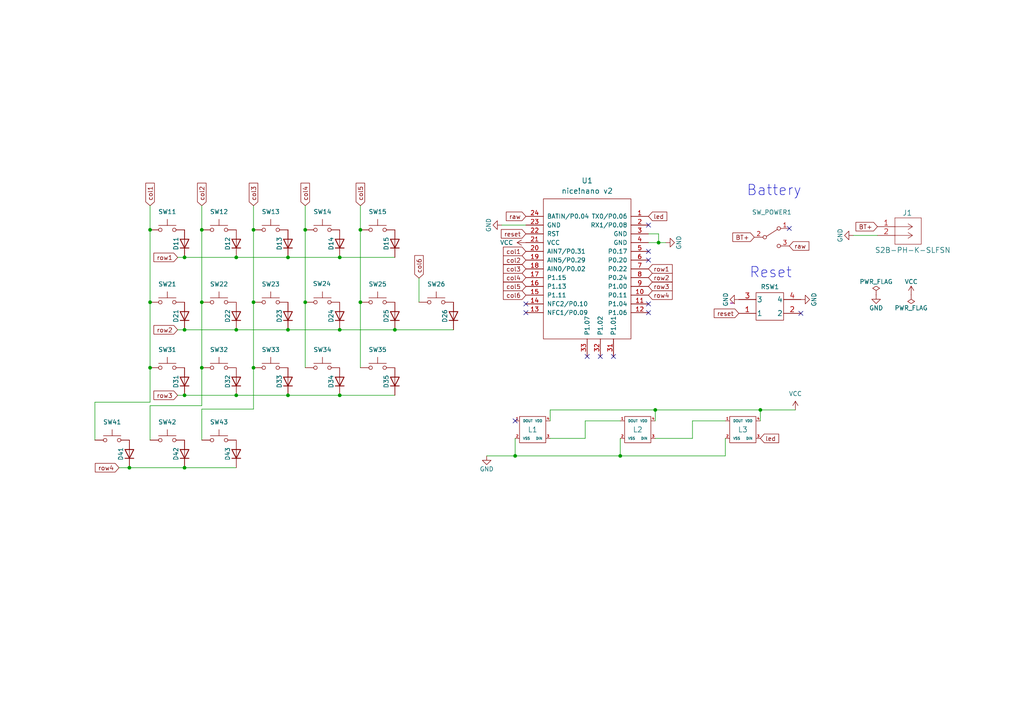
<source format=kicad_sch>
(kicad_sch (version 20211123) (generator eeschema)
  (paper "A4")
  (lib_symbols
    (symbol "D_1" (pin_numbers hide) (pin_names (offset 1.016) hide)
      (property "Reference" "D" (at 0 2.54 0))
      (property "Value" "D_1" (at 0 -2.54 0))
      (symbol "D_1_0_1"
        (polyline (pts (xy -1.27 1.27) (xy -1.27 -1.27)) (stroke (width 0.254)))
        (polyline (pts (xy 1.27 0) (xy -1.27 0)))
        (polyline (pts (xy 1.27 1.27) (xy 1.27 -1.27) (xy -1.27 0) (xy 1.27 1.27)) (stroke (width 0.254)))
      )
      (symbol "D_1_1_1"
        (pin passive line (at -4 0 0) (length 2.75) (name "K") (number "1"))
        (pin passive line (at 4 0 180) (length 2.75) (name "A") (number "2"))
      )
    )
    (symbol "D_10" (pin_numbers hide) (pin_names (offset 1.016) hide)
      (property "Reference" "D" (at 0 2.54 0))
      (property "Value" "D_10" (at 0 -2.54 0))
      (symbol "D_10_0_1"
        (polyline (pts (xy -1.27 1.27) (xy -1.27 -1.27)) (stroke (width 0.254)))
        (polyline (pts (xy 1.27 0) (xy -1.27 0)))
        (polyline (pts (xy 1.27 1.27) (xy 1.27 -1.27) (xy -1.27 0) (xy 1.27 1.27)) (stroke (width 0.254)))
      )
      (symbol "D_10_1_1"
        (pin passive line (at -4 0 0) (length 2.75) (name "K") (number "1"))
        (pin passive line (at 4 0 180) (length 2.75) (name "A") (number "2"))
      )
    )
    (symbol "D_11" (pin_numbers hide) (pin_names (offset 1.016) hide)
      (property "Reference" "D" (at 0 2.54 0))
      (property "Value" "D_11" (at 0 -2.54 0))
      (symbol "D_11_0_1"
        (polyline (pts (xy -1.27 1.27) (xy -1.27 -1.27)) (stroke (width 0.254)))
        (polyline (pts (xy 1.27 0) (xy -1.27 0)))
        (polyline (pts (xy 1.27 1.27) (xy 1.27 -1.27) (xy -1.27 0) (xy 1.27 1.27)) (stroke (width 0.254)))
      )
      (symbol "D_11_1_1"
        (pin passive line (at -4 0 0) (length 2.75) (name "K") (number "1"))
        (pin passive line (at 4 0 180) (length 2.75) (name "A") (number "2"))
      )
    )
    (symbol "D_12" (pin_numbers hide) (pin_names (offset 1.016) hide)
      (property "Reference" "D" (at 0 2.54 0))
      (property "Value" "D_12" (at 0 -2.54 0))
      (symbol "D_12_0_1"
        (polyline (pts (xy -1.27 1.27) (xy -1.27 -1.27)) (stroke (width 0.254)))
        (polyline (pts (xy 1.27 0) (xy -1.27 0)))
        (polyline (pts (xy 1.27 1.27) (xy 1.27 -1.27) (xy -1.27 0) (xy 1.27 1.27)) (stroke (width 0.254)))
      )
      (symbol "D_12_1_1"
        (pin passive line (at -4 0 0) (length 2.75) (name "K") (number "1"))
        (pin passive line (at 4 0 180) (length 2.75) (name "A") (number "2"))
      )
    )
    (symbol "D_13" (pin_numbers hide) (pin_names (offset 1.016) hide)
      (property "Reference" "D" (at 0 2.54 0))
      (property "Value" "D_13" (at 0 -2.54 0))
      (symbol "D_13_0_1"
        (polyline (pts (xy -1.27 1.27) (xy -1.27 -1.27)) (stroke (width 0.254)))
        (polyline (pts (xy 1.27 0) (xy -1.27 0)))
        (polyline (pts (xy 1.27 1.27) (xy 1.27 -1.27) (xy -1.27 0) (xy 1.27 1.27)) (stroke (width 0.254)))
      )
      (symbol "D_13_1_1"
        (pin passive line (at -4 0 0) (length 2.75) (name "K") (number "1"))
        (pin passive line (at 4 0 180) (length 2.75) (name "A") (number "2"))
      )
    )
    (symbol "D_14" (pin_numbers hide) (pin_names (offset 1.016) hide)
      (property "Reference" "D" (at 0 2.54 0))
      (property "Value" "D_14" (at 0 -2.54 0))
      (symbol "D_14_0_1"
        (polyline (pts (xy -1.27 1.27) (xy -1.27 -1.27)) (stroke (width 0.254)))
        (polyline (pts (xy 1.27 0) (xy -1.27 0)))
        (polyline (pts (xy 1.27 1.27) (xy 1.27 -1.27) (xy -1.27 0) (xy 1.27 1.27)) (stroke (width 0.254)))
      )
      (symbol "D_14_1_1"
        (pin passive line (at -4 0 0) (length 2.75) (name "K") (number "1"))
        (pin passive line (at 4 0 180) (length 2.75) (name "A") (number "2"))
      )
    )
    (symbol "D_15" (pin_numbers hide) (pin_names (offset 1.016) hide)
      (property "Reference" "D" (at 0 2.54 0))
      (property "Value" "D_15" (at 0 -2.54 0))
      (symbol "D_15_0_1"
        (polyline (pts (xy -1.27 1.27) (xy -1.27 -1.27)) (stroke (width 0.254)))
        (polyline (pts (xy 1.27 0) (xy -1.27 0)))
        (polyline (pts (xy 1.27 1.27) (xy 1.27 -1.27) (xy -1.27 0) (xy 1.27 1.27)) (stroke (width 0.254)))
      )
      (symbol "D_15_1_1"
        (pin passive line (at -4 0 0) (length 2.75) (name "K") (number "1"))
        (pin passive line (at 4 0 180) (length 2.75) (name "A") (number "2"))
      )
    )
    (symbol "D_16" (pin_numbers hide) (pin_names (offset 1.016) hide)
      (property "Reference" "D" (at 0 2.54 0))
      (property "Value" "D_16" (at 0 -2.54 0))
      (symbol "D_16_0_1"
        (polyline (pts (xy -1.27 1.27) (xy -1.27 -1.27)) (stroke (width 0.254)))
        (polyline (pts (xy 1.27 0) (xy -1.27 0)))
        (polyline (pts (xy 1.27 1.27) (xy 1.27 -1.27) (xy -1.27 0) (xy 1.27 1.27)) (stroke (width 0.254)))
      )
      (symbol "D_16_1_1"
        (pin passive line (at -4 0 0) (length 2.75) (name "K") (number "1"))
        (pin passive line (at 4 0 180) (length 2.75) (name "A") (number "2"))
      )
    )
    (symbol "D_17" (pin_numbers hide) (pin_names (offset 1.016) hide)
      (property "Reference" "D" (at 0 2.54 0))
      (property "Value" "D_17" (at 0 -2.54 0))
      (symbol "D_17_0_1"
        (polyline (pts (xy -1.27 1.27) (xy -1.27 -1.27)) (stroke (width 0.254)))
        (polyline (pts (xy 1.27 0) (xy -1.27 0)))
        (polyline (pts (xy 1.27 1.27) (xy 1.27 -1.27) (xy -1.27 0) (xy 1.27 1.27)) (stroke (width 0.254)))
      )
      (symbol "D_17_1_1"
        (pin passive line (at -4 0 0) (length 2.75) (name "K") (number "1"))
        (pin passive line (at 4 0 180) (length 2.75) (name "A") (number "2"))
      )
    )
    (symbol "D_18" (pin_numbers hide) (pin_names (offset 1.016) hide)
      (property "Reference" "D" (at 0 2.54 0))
      (property "Value" "D_18" (at 0 -2.54 0))
      (symbol "D_18_0_1"
        (polyline (pts (xy -1.27 1.27) (xy -1.27 -1.27)) (stroke (width 0.254)))
        (polyline (pts (xy 1.27 0) (xy -1.27 0)))
        (polyline (pts (xy 1.27 1.27) (xy 1.27 -1.27) (xy -1.27 0) (xy 1.27 1.27)) (stroke (width 0.254)))
      )
      (symbol "D_18_1_1"
        (pin passive line (at -4 0 0) (length 2.75) (name "K") (number "1"))
        (pin passive line (at 4 0 180) (length 2.75) (name "A") (number "2"))
      )
    )
    (symbol "D_2" (pin_numbers hide) (pin_names (offset 1.016) hide)
      (property "Reference" "D" (at 0 2.54 0))
      (property "Value" "D_2" (at 0 -2.54 0))
      (symbol "D_2_0_1"
        (polyline (pts (xy -1.27 1.27) (xy -1.27 -1.27)) (stroke (width 0.254)))
        (polyline (pts (xy 1.27 0) (xy -1.27 0)))
        (polyline (pts (xy 1.27 1.27) (xy 1.27 -1.27) (xy -1.27 0) (xy 1.27 1.27)) (stroke (width 0.254)))
      )
      (symbol "D_2_1_1"
        (pin passive line (at -4 0 0) (length 2.75) (name "K") (number "1"))
        (pin passive line (at 4 0 180) (length 2.75) (name "A") (number "2"))
      )
    )
    (symbol "D_3" (pin_numbers hide) (pin_names (offset 1.016) hide)
      (property "Reference" "D" (at 0 2.54 0))
      (property "Value" "D_3" (at 0 -2.54 0))
      (symbol "D_3_0_1"
        (polyline (pts (xy -1.27 1.27) (xy -1.27 -1.27)) (stroke (width 0.254)))
        (polyline (pts (xy 1.27 0) (xy -1.27 0)))
        (polyline (pts (xy 1.27 1.27) (xy 1.27 -1.27) (xy -1.27 0) (xy 1.27 1.27)) (stroke (width 0.254)))
      )
      (symbol "D_3_1_1"
        (pin passive line (at -4 0 0) (length 2.75) (name "K") (number "1"))
        (pin passive line (at 4 0 180) (length 2.75) (name "A") (number "2"))
      )
    )
    (symbol "D_4" (pin_numbers hide) (pin_names (offset 1.016) hide)
      (property "Reference" "D" (at 0 2.54 0))
      (property "Value" "D_4" (at 0 -2.54 0))
      (symbol "D_4_0_1"
        (polyline (pts (xy -1.27 1.27) (xy -1.27 -1.27)) (stroke (width 0.254)))
        (polyline (pts (xy 1.27 0) (xy -1.27 0)))
        (polyline (pts (xy 1.27 1.27) (xy 1.27 -1.27) (xy -1.27 0) (xy 1.27 1.27)) (stroke (width 0.254)))
      )
      (symbol "D_4_1_1"
        (pin passive line (at -4 0 0) (length 2.75) (name "K") (number "1"))
        (pin passive line (at 4 0 180) (length 2.75) (name "A") (number "2"))
      )
    )
    (symbol "D_5" (pin_numbers hide) (pin_names (offset 1.016) hide)
      (property "Reference" "D" (at 0 2.54 0))
      (property "Value" "D_5" (at 0 -2.54 0))
      (symbol "D_5_0_1"
        (polyline (pts (xy -1.27 1.27) (xy -1.27 -1.27)) (stroke (width 0.254)))
        (polyline (pts (xy 1.27 0) (xy -1.27 0)))
        (polyline (pts (xy 1.27 1.27) (xy 1.27 -1.27) (xy -1.27 0) (xy 1.27 1.27)) (stroke (width 0.254)))
      )
      (symbol "D_5_1_1"
        (pin passive line (at -4 0 0) (length 2.75) (name "K") (number "1"))
        (pin passive line (at 4 0 180) (length 2.75) (name "A") (number "2"))
      )
    )
    (symbol "D_6" (pin_numbers hide) (pin_names (offset 1.016) hide)
      (property "Reference" "D" (at 0 2.54 0))
      (property "Value" "D_6" (at 0 -2.54 0))
      (symbol "D_6_0_1"
        (polyline (pts (xy -1.27 1.27) (xy -1.27 -1.27)) (stroke (width 0.254)))
        (polyline (pts (xy 1.27 0) (xy -1.27 0)))
        (polyline (pts (xy 1.27 1.27) (xy 1.27 -1.27) (xy -1.27 0) (xy 1.27 1.27)) (stroke (width 0.254)))
      )
      (symbol "D_6_1_1"
        (pin passive line (at -4 0 0) (length 2.75) (name "K") (number "1"))
        (pin passive line (at 4 0 180) (length 2.75) (name "A") (number "2"))
      )
    )
    (symbol "D_7" (pin_numbers hide) (pin_names (offset 1.016) hide)
      (property "Reference" "D" (at 0 2.54 0))
      (property "Value" "D_7" (at 0 -2.54 0))
      (symbol "D_7_0_1"
        (polyline (pts (xy -1.27 1.27) (xy -1.27 -1.27)) (stroke (width 0.254)))
        (polyline (pts (xy 1.27 0) (xy -1.27 0)))
        (polyline (pts (xy 1.27 1.27) (xy 1.27 -1.27) (xy -1.27 0) (xy 1.27 1.27)) (stroke (width 0.254)))
      )
      (symbol "D_7_1_1"
        (pin passive line (at -4 0 0) (length 2.75) (name "K") (number "1"))
        (pin passive line (at 4 0 180) (length 2.75) (name "A") (number "2"))
      )
    )
    (symbol "D_8" (pin_numbers hide) (pin_names (offset 1.016) hide)
      (property "Reference" "D" (at 0 2.54 0))
      (property "Value" "D_8" (at 0 -2.54 0))
      (symbol "D_8_0_1"
        (polyline (pts (xy -1.27 1.27) (xy -1.27 -1.27)) (stroke (width 0.254)))
        (polyline (pts (xy 1.27 0) (xy -1.27 0)))
        (polyline (pts (xy 1.27 1.27) (xy 1.27 -1.27) (xy -1.27 0) (xy 1.27 1.27)) (stroke (width 0.254)))
      )
      (symbol "D_8_1_1"
        (pin passive line (at -4 0 0) (length 2.75) (name "K") (number "1"))
        (pin passive line (at 4 0 180) (length 2.75) (name "A") (number "2"))
      )
    )
    (symbol "D_9" (pin_numbers hide) (pin_names (offset 1.016) hide)
      (property "Reference" "D" (at 0 2.54 0))
      (property "Value" "D_9" (at 0 -2.54 0))
      (symbol "D_9_0_1"
        (polyline (pts (xy -1.27 1.27) (xy -1.27 -1.27)) (stroke (width 0.254)))
        (polyline (pts (xy 1.27 0) (xy -1.27 0)))
        (polyline (pts (xy 1.27 1.27) (xy 1.27 -1.27) (xy -1.27 0) (xy 1.27 1.27)) (stroke (width 0.254)))
      )
      (symbol "D_9_1_1"
        (pin passive line (at -4 0 0) (length 2.75) (name "K") (number "1"))
        (pin passive line (at 4 0 180) (length 2.75) (name "A") (number "2"))
      )
    )
    (symbol "Device:D" (pin_numbers hide) (pin_names (offset 1.016) hide)
      (property "Reference" "D" (at 0 2.54 0))
      (property "Value" "D" (at 0 -2.54 0))
      (symbol "D_0_1"
        (polyline (pts (xy -1.27 1.27) (xy -1.27 -1.27)) (stroke (width 0.254)))
        (polyline (pts (xy 1.27 0) (xy -1.27 0)))
        (polyline (pts (xy 1.27 1.27) (xy 1.27 -1.27) (xy -1.27 0) (xy 1.27 1.27)) (stroke (width 0.254)))
      )
      (symbol "D_1_1"
        (pin passive line (at -4 0 0) (length 2.75) (name "K") (number "1"))
        (pin passive line (at 4 0 180) (length 2.75) (name "A") (number "2"))
      )
    )
    (symbol "S2B-PH-K-SLFSN:S2B-PH-K-SLFSN" (pin_names (offset 0.254) hide)
      (property "Reference" "J" (at 8.89 6.35 0))
      (property "Value" "S2B-PH-K-SLFSN" (at 9 4 0))
      (symbol "S2B-PH-K-SLFSN_1_1"
        (polyline (pts (xy 5.08 -5.08) (xy 12.7 -5.08)) (stroke (width 0.127)))
        (polyline (pts (xy 5.08 2.54) (xy 5.08 -5.08)) (stroke (width 0.127)))
        (polyline (pts (xy 10.16 -2.54) (xy 5.08 -2.54)) (stroke (width 0.127)))
        (polyline (pts (xy 10.16 -2.54) (xy 8.89 -3.3782)) (stroke (width 0.127)))
        (polyline (pts (xy 10.16 -2.54) (xy 8.89 -1.7018)) (stroke (width 0.127)))
        (polyline (pts (xy 10.16 0) (xy 5.08 0)) (stroke (width 0.127)))
        (polyline (pts (xy 10.16 0) (xy 8.89 -0.8382)) (stroke (width 0.127)))
        (polyline (pts (xy 10.16 0) (xy 8.89 0.8382)) (stroke (width 0.127)))
        (polyline (pts (xy 12.7 -5.08) (xy 12.7 2.54)) (stroke (width 0.127)))
        (polyline (pts (xy 12.7 2.54) (xy 5.08 2.54)) (stroke (width 0.127)))
        (pin power_out line (at 0 0 0) (length 5.08) (name "1") (number "1"))
        (pin power_in line (at 0 -2.54 0) (length 5.08) (name "2") (number "2"))
      )
    )
    (symbol "SW_Push_1" (pin_numbers hide) (pin_names (offset 1.016) hide)
      (property "Reference" "SW" (at 1.27 2.54 0))
      (property "Value" "SW_Push_1" (at 0 -1.524 0))
      (symbol "SW_Push_1_0_1"
        (circle (center -2.032 0) (radius 0.508))
        (polyline (pts (xy 0 1.27) (xy 0 3.048)))
        (polyline (pts (xy 2.54 1.27) (xy -2.54 1.27)))
        (circle (center 2.032 0) (radius 0.508))
        (pin passive line (at -5 0 0) (length 2.5) (name "1") (number "1"))
        (pin passive line (at 5 0 180) (length 2.5) (name "2") (number "2"))
      )
    )
    (symbol "SW_Push_10" (pin_numbers hide) (pin_names (offset 1.016) hide)
      (property "Reference" "SW" (at 1.27 2.54 0))
      (property "Value" "SW_Push_10" (at 0 -1.524 0))
      (symbol "SW_Push_10_0_1"
        (circle (center -2.032 0) (radius 0.508))
        (polyline (pts (xy 0 1.27) (xy 0 3.048)))
        (polyline (pts (xy 2.54 1.27) (xy -2.54 1.27)))
        (circle (center 2.032 0) (radius 0.508))
        (pin passive line (at -5 0 0) (length 2.5) (name "1") (number "1"))
        (pin passive line (at 5 0 180) (length 2.5) (name "2") (number "2"))
      )
    )
    (symbol "SW_Push_11" (pin_numbers hide) (pin_names (offset 1.016) hide)
      (property "Reference" "SW" (at 1.27 2.54 0))
      (property "Value" "SW_Push_11" (at 0 -1.524 0))
      (symbol "SW_Push_11_0_1"
        (circle (center -2.032 0) (radius 0.508))
        (polyline (pts (xy 0 1.27) (xy 0 3.048)))
        (polyline (pts (xy 2.54 1.27) (xy -2.54 1.27)))
        (circle (center 2.032 0) (radius 0.508))
        (pin passive line (at -5 0 0) (length 2.5) (name "1") (number "1"))
        (pin passive line (at 5 0 180) (length 2.5) (name "2") (number "2"))
      )
    )
    (symbol "SW_Push_12" (pin_numbers hide) (pin_names (offset 1.016) hide)
      (property "Reference" "SW" (at 1.27 2.54 0))
      (property "Value" "SW_Push_12" (at 0 -1.524 0))
      (symbol "SW_Push_12_0_1"
        (circle (center -2.032 0) (radius 0.508))
        (polyline (pts (xy 0 1.27) (xy 0 3.048)))
        (polyline (pts (xy 2.54 1.27) (xy -2.54 1.27)))
        (circle (center 2.032 0) (radius 0.508))
        (pin passive line (at -5 0 0) (length 2.5) (name "1") (number "1"))
        (pin passive line (at 5 0 180) (length 2.5) (name "2") (number "2"))
      )
    )
    (symbol "SW_Push_13" (pin_numbers hide) (pin_names (offset 1.016) hide)
      (property "Reference" "SW" (at 1.27 2.54 0))
      (property "Value" "SW_Push_13" (at 0 -1.524 0))
      (symbol "SW_Push_13_0_1"
        (circle (center -2.032 0) (radius 0.508))
        (polyline (pts (xy 0 1.27) (xy 0 3.048)))
        (polyline (pts (xy 2.54 1.27) (xy -2.54 1.27)))
        (circle (center 2.032 0) (radius 0.508))
        (pin passive line (at -5 0 0) (length 2.5) (name "1") (number "1"))
        (pin passive line (at 5 0 180) (length 2.5) (name "2") (number "2"))
      )
    )
    (symbol "SW_Push_14" (pin_numbers hide) (pin_names (offset 1.016) hide)
      (property "Reference" "SW" (at 1.27 2.54 0))
      (property "Value" "SW_Push_14" (at 0 -1.524 0))
      (symbol "SW_Push_14_0_1"
        (circle (center -2.032 0) (radius 0.508))
        (polyline (pts (xy 0 1.27) (xy 0 3.048)))
        (polyline (pts (xy 2.54 1.27) (xy -2.54 1.27)))
        (circle (center 2.032 0) (radius 0.508))
        (pin passive line (at -5 0 0) (length 2.5) (name "1") (number "1"))
        (pin passive line (at 5 0 180) (length 2.5) (name "2") (number "2"))
      )
    )
    (symbol "SW_Push_15" (pin_numbers hide) (pin_names (offset 1.016) hide)
      (property "Reference" "SW" (at 1.27 2.54 0))
      (property "Value" "SW_Push_15" (at 0 -1.524 0))
      (symbol "SW_Push_15_0_1"
        (circle (center -2.032 0) (radius 0.508))
        (polyline (pts (xy 0 1.27) (xy 0 3.048)))
        (polyline (pts (xy 2.54 1.27) (xy -2.54 1.27)))
        (circle (center 2.032 0) (radius 0.508))
        (pin passive line (at -5 0 0) (length 2.5) (name "1") (number "1"))
        (pin passive line (at 5 0 180) (length 2.5) (name "2") (number "2"))
      )
    )
    (symbol "SW_Push_16" (pin_numbers hide) (pin_names (offset 1.016) hide)
      (property "Reference" "SW" (at 1.27 2.54 0))
      (property "Value" "SW_Push_16" (at 0 -1.524 0))
      (symbol "SW_Push_16_0_1"
        (circle (center -2.032 0) (radius 0.508))
        (polyline (pts (xy 0 1.27) (xy 0 3.048)))
        (polyline (pts (xy 2.54 1.27) (xy -2.54 1.27)))
        (circle (center 2.032 0) (radius 0.508))
        (pin passive line (at -5 0 0) (length 2.5) (name "1") (number "1"))
        (pin passive line (at 5 0 180) (length 2.5) (name "2") (number "2"))
      )
    )
    (symbol "SW_Push_17" (pin_numbers hide) (pin_names (offset 1.016) hide)
      (property "Reference" "SW" (at 1.27 2.54 0))
      (property "Value" "SW_Push_17" (at 0 -1.524 0))
      (symbol "SW_Push_17_0_1"
        (circle (center -2.032 0) (radius 0.508))
        (polyline (pts (xy 0 1.27) (xy 0 3.048)))
        (polyline (pts (xy 2.54 1.27) (xy -2.54 1.27)))
        (circle (center 2.032 0) (radius 0.508))
        (pin passive line (at -5 0 0) (length 2.5) (name "1") (number "1"))
        (pin passive line (at 5 0 180) (length 2.5) (name "2") (number "2"))
      )
    )
    (symbol "SW_Push_18" (pin_numbers hide) (pin_names (offset 1.016) hide)
      (property "Reference" "SW" (at 1.27 2.54 0))
      (property "Value" "SW_Push_18" (at 0 -1.524 0))
      (symbol "SW_Push_18_0_1"
        (circle (center -2.032 0) (radius 0.508))
        (polyline (pts (xy 0 1.27) (xy 0 3.048)))
        (polyline (pts (xy 2.54 1.27) (xy -2.54 1.27)))
        (circle (center 2.032 0) (radius 0.508))
        (pin passive line (at -5 0 0) (length 2.5) (name "1") (number "1"))
        (pin passive line (at 5 0 180) (length 2.5) (name "2") (number "2"))
      )
    )
    (symbol "SW_Push_19" (pin_numbers hide) (pin_names (offset 1.016) hide)
      (property "Reference" "SW" (at 1.27 2.54 0))
      (property "Value" "SW_Push_19" (at 0 -1.524 0))
      (symbol "SW_Push_19_0_1"
        (circle (center -2.032 0) (radius 0.508))
        (polyline (pts (xy 0 1.27) (xy 0 3.048)))
        (polyline (pts (xy 2.54 1.27) (xy -2.54 1.27)))
        (circle (center 2.032 0) (radius 0.508))
        (pin passive line (at -5 0 0) (length 2.5) (name "1") (number "1"))
        (pin passive line (at 5 0 180) (length 2.5) (name "2") (number "2"))
      )
    )
    (symbol "SW_Push_2" (pin_numbers hide) (pin_names (offset 1.016) hide)
      (property "Reference" "SW" (at 1.27 2.54 0))
      (property "Value" "SW_Push_2" (at 0 -1.524 0))
      (symbol "SW_Push_2_0_1"
        (circle (center -2.032 0) (radius 0.508))
        (polyline (pts (xy 0 1.27) (xy 0 3.048)))
        (polyline (pts (xy 2.54 1.27) (xy -2.54 1.27)))
        (circle (center 2.032 0) (radius 0.508))
        (pin passive line (at -5 0 0) (length 2.5) (name "1") (number "1"))
        (pin passive line (at 5 0 180) (length 2.5) (name "2") (number "2"))
      )
    )
    (symbol "SW_Push_3" (pin_numbers hide) (pin_names (offset 1.016) hide)
      (property "Reference" "SW" (at 1.27 2.54 0))
      (property "Value" "SW_Push_3" (at 0 -1.524 0))
      (symbol "SW_Push_3_0_1"
        (circle (center -2.032 0) (radius 0.508))
        (polyline (pts (xy 0 1.27) (xy 0 3.048)))
        (polyline (pts (xy 2.54 1.27) (xy -2.54 1.27)))
        (circle (center 2.032 0) (radius 0.508))
        (pin passive line (at -5 0 0) (length 2.5) (name "1") (number "1"))
        (pin passive line (at 5 0 180) (length 2.5) (name "2") (number "2"))
      )
    )
    (symbol "SW_Push_4" (pin_numbers hide) (pin_names (offset 1.016) hide)
      (property "Reference" "SW" (at 1.27 2.54 0))
      (property "Value" "SW_Push_4" (at 0 -1.524 0))
      (symbol "SW_Push_4_0_1"
        (circle (center -2.032 0) (radius 0.508))
        (polyline (pts (xy 0 1.27) (xy 0 3.048)))
        (polyline (pts (xy 2.54 1.27) (xy -2.54 1.27)))
        (circle (center 2.032 0) (radius 0.508))
        (pin passive line (at -5 0 0) (length 2.5) (name "1") (number "1"))
        (pin passive line (at 5 0 180) (length 2.5) (name "2") (number "2"))
      )
    )
    (symbol "SW_Push_5" (pin_numbers hide) (pin_names (offset 1.016) hide)
      (property "Reference" "SW" (at 1.27 2.54 0))
      (property "Value" "SW_Push_5" (at 0 -1.524 0))
      (symbol "SW_Push_5_0_1"
        (circle (center -2.032 0) (radius 0.508))
        (polyline (pts (xy 0 1.27) (xy 0 3.048)))
        (polyline (pts (xy 2.54 1.27) (xy -2.54 1.27)))
        (circle (center 2.032 0) (radius 0.508))
        (pin passive line (at -5 0 0) (length 2.5) (name "1") (number "1"))
        (pin passive line (at 5 0 180) (length 2.5) (name "2") (number "2"))
      )
    )
    (symbol "SW_Push_6" (pin_numbers hide) (pin_names (offset 1.016) hide)
      (property "Reference" "SW" (at 1.27 2.54 0))
      (property "Value" "SW_Push_6" (at 0 -1.524 0))
      (symbol "SW_Push_6_0_1"
        (circle (center -2.032 0) (radius 0.508))
        (polyline (pts (xy 0 1.27) (xy 0 3.048)))
        (polyline (pts (xy 2.54 1.27) (xy -2.54 1.27)))
        (circle (center 2.032 0) (radius 0.508))
        (pin passive line (at -5 0 0) (length 2.5) (name "1") (number "1"))
        (pin passive line (at 5 0 180) (length 2.5) (name "2") (number "2"))
      )
    )
    (symbol "SW_Push_7" (pin_numbers hide) (pin_names (offset 1.016) hide)
      (property "Reference" "SW" (at 1.27 2.54 0))
      (property "Value" "SW_Push_7" (at 0 -1.524 0))
      (symbol "SW_Push_7_0_1"
        (circle (center -2.032 0) (radius 0.508))
        (polyline (pts (xy 0 1.27) (xy 0 3.048)))
        (polyline (pts (xy 2.54 1.27) (xy -2.54 1.27)))
        (circle (center 2.032 0) (radius 0.508))
        (pin passive line (at -5 0 0) (length 2.5) (name "1") (number "1"))
        (pin passive line (at 5 0 180) (length 2.5) (name "2") (number "2"))
      )
    )
    (symbol "SW_Push_8" (pin_numbers hide) (pin_names (offset 1.016) hide)
      (property "Reference" "SW" (at 1.27 2.54 0))
      (property "Value" "SW_Push_8" (at 0 -1.524 0))
      (symbol "SW_Push_8_0_1"
        (circle (center -2.032 0) (radius 0.508))
        (polyline (pts (xy 0 1.27) (xy 0 3.048)))
        (polyline (pts (xy 2.54 1.27) (xy -2.54 1.27)))
        (circle (center 2.032 0) (radius 0.508))
        (pin passive line (at -5 0 0) (length 2.5) (name "1") (number "1"))
        (pin passive line (at 5 0 180) (length 2.5) (name "2") (number "2"))
      )
    )
    (symbol "SW_Push_9" (pin_numbers hide) (pin_names (offset 1.016) hide)
      (property "Reference" "SW" (at 1.27 2.54 0))
      (property "Value" "SW_Push_9" (at 0 -1.524 0))
      (symbol "SW_Push_9_0_1"
        (circle (center -2.032 0) (radius 0.508))
        (polyline (pts (xy 0 1.27) (xy 0 3.048)))
        (polyline (pts (xy 2.54 1.27) (xy -2.54 1.27)))
        (circle (center 2.032 0) (radius 0.508))
        (pin passive line (at -5 0 0) (length 2.5) (name "1") (number "1"))
        (pin passive line (at 5 0 180) (length 2.5) (name "2") (number "2"))
      )
    )
    (symbol "Switch:SW_SPDT" (pin_names (offset 0) hide)
      (property "Reference" "SW" (at 0 4.318 0))
      (property "Value" "SW_SPDT" (at 0 -5.08 0))
      (symbol "SW_SPDT_0_0"
        (circle (center -2.032 0) (radius 0.508))
        (circle (center 2.032 -2.54) (radius 0.508))
      )
      (symbol "SW_SPDT_0_1"
        (polyline (pts (xy -1.524 0.254) (xy 1.651 2.286)))
        (circle (center 2.032 2.54) (radius 0.508))
      )
      (symbol "SW_SPDT_1_1"
        (pin passive line (at 5.08 2.54 180) (length 2.54) (name "A") (number "1"))
        (pin passive line (at -5.08 0 0) (length 2.54) (name "B") (number "2"))
        (pin passive line (at 5.08 -2.54 180) (length 2.54) (name "C") (number "3"))
      )
    )
    (symbol "karn-symbols:reset-switch-TL3313AF250QG" (pin_names (offset 0.254))
      (property "Reference" "U" (at -2 9 0))
      (property "Value" "reset-switch-TL3313AF250QG" (at 0 6 0))
      (symbol "reset-switch-TL3313AF250QG_0_1"
        (rectangle (start -4 4) (end 4 -4))
      )
      (symbol "reset-switch-TL3313AF250QG_1_1"
        (pin passive line (at -9 -2 0) (length 5) (name "1") (number "1"))
        (pin passive line (at 9 -2 180) (length 5) (name "2") (number "2"))
        (pin passive line (at -9 2 0) (length 5) (name "3") (number "3"))
        (pin passive line (at 9 2 180) (length 5) (name "4") (number "4"))
      )
    )
    (symbol "kbd:SK6812MINI" (pin_names (offset 1.016))
      (property "Reference" "L" (at 0 0 0))
      (property "Value" "SK6812MINI" (at 0 -1.27 0))
      (symbol "SK6812MINI_0_1"
        (rectangle (start -3.81 3.81) (end 3.81 -3.81))
      )
      (symbol "SK6812MINI_1_1"
        (pin output line (at -5.08 2.54 0) (length 1.1938) (name "DOUT") (number "1"))
        (pin power_in line (at -5.08 -2.54 0) (length 1.1938) (name "VSS") (number "2"))
        (pin input line (at 5.08 -2.54 180) (length 1.1938) (name "DIN") (number "3"))
        (pin power_in line (at 5.08 2.54 180) (length 1.1938) (name "VDD") (number "4"))
      )
    )
    (symbol "nice_nano:nice_nano" (pin_names (offset 1.016))
      (property "Reference" "U" (at 0 0 0))
      (property "Value" "nice_nano" (at 0 2.54 0))
      (symbol "nice_nano_0_1"
        (rectangle (start -12.7 -21.59) (end 12.7 19.05))
      )
      (symbol "nice_nano_1_1"
        (pin bidirectional line (at -17.78 13.97 0) (length 5.08) (name "TX0/P0.06") (number "1"))
        (pin bidirectional line (at -17.78 -8.89 0) (length 5.08) (name "P0.11") (number "10"))
        (pin bidirectional line (at -17.78 -11.43 0) (length 5.08) (name "P1.04") (number "11"))
        (pin bidirectional line (at -17.78 -13.97 0) (length 5.08) (name "P1.06") (number "12"))
        (pin bidirectional line (at 17.78 -13.97 180) (length 5.08) (name "NFC1/P0.09") (number "13"))
        (pin bidirectional line (at 17.78 -11.43 180) (length 5.08) (name "NFC2/P0.10") (number "14"))
        (pin bidirectional line (at 17.78 -8.89 180) (length 5.08) (name "P1.11") (number "15"))
        (pin bidirectional line (at 17.78 -6.35 180) (length 5.08) (name "P1.13") (number "16"))
        (pin bidirectional line (at 17.78 -3.81 180) (length 5.08) (name "P1.15") (number "17"))
        (pin bidirectional line (at 17.78 -1.27 180) (length 5.08) (name "AIN0/P0.02") (number "18"))
        (pin bidirectional line (at 17.78 1.27 180) (length 5.08) (name "AIN5/P0.29") (number "19"))
        (pin bidirectional line (at -17.78 11.43 0) (length 5.08) (name "RX1/P0.08") (number "2"))
        (pin bidirectional line (at 17.78 3.81 180) (length 5.08) (name "AIN7/P0.31") (number "20"))
        (pin power_in line (at 17.78 6.35 180) (length 5.08) (name "VCC") (number "21"))
        (pin input line (at 17.78 8.89 180) (length 5.08) (name "RST") (number "22"))
        (pin power_in line (at 17.78 11.43 180) (length 5.08) (name "GND") (number "23"))
        (pin power_out line (at 17.78 13.97 180) (length 5.08) (name "BATIN/P0.04") (number "24"))
        (pin power_in line (at -17.78 8.89 0) (length 5.08) (name "GND") (number "3"))
        (pin input line (at -7.62 -26.67 90) (length 5.08) (name "P1.01") (number "31"))
        (pin input line (at -3.81 -26.67 90) (length 5.08) (name "P1.02") (number "32"))
        (pin input line (at 0 -26.67 90) (length 5.08) (name "P1.07") (number "33"))
        (pin power_in line (at -17.78 6.35 0) (length 5.08) (name "GND") (number "4"))
        (pin bidirectional line (at -17.78 3.81 0) (length 5.08) (name "P0.17") (number "5"))
        (pin bidirectional line (at -17.78 1.27 0) (length 5.08) (name "P0.20") (number "6"))
        (pin bidirectional line (at -17.78 -1.27 0) (length 5.08) (name "P0.22") (number "7"))
        (pin bidirectional line (at -17.78 -3.81 0) (length 5.08) (name "P0.24") (number "8"))
        (pin bidirectional line (at -17.78 -6.35 0) (length 5.08) (name "P1.00") (number "9"))
      )
    )
    (symbol "power:GND" (power) (pin_names (offset 0))
      (property "Value" "GND" (at 0 -3.81 0))
      (symbol "GND_0_1"
        (polyline (pts (xy 0 0) (xy 0 -1.27) (xy 1.27 -1.27) (xy 0 -2.54) (xy -1.27 -1.27) (xy 0 -1.27)))
      )
      (symbol "GND_1_1"
        (pin power_in line (at 0 0 270) (length 0) hide (name "GND") (number "1"))
      )
    )
    (symbol "power:PWR_FLAG" (power) (pin_numbers hide) (pin_names (offset 0) hide)
      (property "Value" "PWR_FLAG" (at 0 3.81 0))
      (symbol "PWR_FLAG_0_0"
        (pin power_out line (at 0 0 90) (length 0) (name "pwr") (number "1"))
      )
      (symbol "PWR_FLAG_0_1"
        (polyline (pts (xy 0 0) (xy 0 1.27) (xy -1.016 1.905) (xy 0 2.54) (xy 1.016 1.905) (xy 0 1.27)))
      )
    )
    (symbol "power:VCC" (power) (pin_names (offset 0))
      (property "Value" "VCC" (at 0 3.81 0))
      (symbol "VCC_0_1"
        (polyline (pts (xy -0.762 1.27) (xy 0 2.54)))
        (polyline (pts (xy 0 0) (xy 0 2.54)))
        (polyline (pts (xy 0 2.54) (xy 0.762 1.27)))
      )
      (symbol "VCC_1_1"
        (pin power_in line (at 0 0 90) (length 0) hide (name "VCC") (number "1"))
      )
    )
  )
  (junction (at 53.5261 74.6582))
  (junction (at 98.5261 95.6582))
  (junction (at 73.5261 87.6582))
  (junction (at 220.5342 118.8977))
  (junction (at 73.5261 66.6582))
  (junction (at 73.5261 106.6582))
  (junction (at 58.5261 66.6582))
  (junction (at 88.5261 66.6582))
  (junction (at 53.5261 95.6582))
  (junction (at 53.5261 135.6582))
  (junction (at 43.5261 106.6582))
  (junction (at 104.5261 87.6582))
  (junction (at 58.5261 106.6582))
  (junction (at 190.0542 118.8977))
  (junction (at 68.5261 114.6582))
  (junction (at 68.5261 74.6582))
  (junction (at 68.5261 95.6582))
  (junction (at 58.5261 87.6582))
  (junction (at 114.5261 95.6582))
  (junction (at 88.5261 87.6582))
  (junction (at 191.0149 70.3689))
  (junction (at 83.5261 114.6582))
  (junction (at 98.5261 74.6582))
  (junction (at 53.5261 114.6582))
  (junction (at 179.8942 132.2327))
  (junction (at 98.5261 114.6582))
  (junction (at 149.4142 132.2327))
  (junction (at 104.5261 66.6582))
  (junction (at 43.5261 87.6582))
  (junction (at 83.5261 95.6582))
  (junction (at 83.5261 74.6582))
  (junction (at 43.5261 66.6582))
  (junction (at 37.5261 135.6582))
  (no_connect (at 188.0872 75.4489))
  (no_connect (at 188.0872 65.2889))
  (no_connect (at 170.3072 103.3889))
  (no_connect (at 188.0872 88.1489))
  (no_connect (at 177.9272 103.3889))
  (no_connect (at 188.0872 90.6889))
  (no_connect (at 188.0872 72.9089))
  (no_connect (at 174.1172 103.3889))
  (no_connect (at 228.9292 66.2603))
  (no_connect (at 232.2785 90.8773))
  (no_connect (at 149.4142 122.0727))
  (no_connect (at 152.5272 90.6889))
  (no_connect (at 152.5272 88.1489))
  (wire (pts (xy 88.5261 87.6582) (xy 88.5261 106.6582)))
  (wire (pts (xy 179.8942 127.1527) (xy 179.8942 132.2327)))
  (wire (pts (xy 68.5261 74.6582) (xy 83.5261 74.6582)))
  (wire (pts (xy 220.5342 118.8977) (xy 230.6942 118.8977)))
  (wire (pts (xy 58.5261 127.6582) (xy 58.5261 118.6582)))
  (wire (pts (xy 141.1592 132.2327) (xy 149.4142 132.2327)))
  (wire (pts (xy 98.5261 114.6582) (xy 114.5261 114.6582)))
  (wire (pts (xy 149.4142 132.2327) (xy 179.8942 132.2327)))
  (wire (pts (xy 43.5261 106.6582) (xy 43.5261 116.6582)))
  (wire (pts (xy 83.5261 95.6582) (xy 98.5261 95.6582)))
  (wire (pts (xy 179.8942 132.2327) (xy 210.3742 132.2327)))
  (wire (pts (xy 51.5261 114.6582) (xy 53.5261 114.6582)))
  (wire (pts (xy 34.5261 135.6582) (xy 37.5261 135.6582)))
  (wire (pts (xy 247.4891 68.2818) (xy 254.4891 68.2818)))
  (wire (pts (xy 169.7342 127.1527) (xy 159.5742 127.1527)))
  (wire (pts (xy 98.5261 95.6582) (xy 114.5261 95.6582)))
  (wire (pts (xy 53.5261 114.6582) (xy 68.5261 114.6582)))
  (wire (pts (xy 58.5261 118.6582) (xy 73.5261 118.6582)))
  (wire (pts (xy 220.5342 122.0727) (xy 220.5342 118.8977)))
  (wire (pts (xy 58.5261 87.6582) (xy 58.5261 106.6582)))
  (wire (pts (xy 68.5261 95.6582) (xy 83.5261 95.6582)))
  (wire (pts (xy 98.5261 74.6582) (xy 114.5261 74.6582)))
  (wire (pts (xy 104.5261 66.6582) (xy 104.5261 87.6582)))
  (wire (pts (xy 73.5261 87.6582) (xy 73.5261 106.6582)))
  (wire (pts (xy 210.3742 122.0727) (xy 200.8492 122.0727)))
  (wire (pts (xy 104.5261 59.6582) (xy 104.5261 66.6582)))
  (wire (pts (xy 191.0149 67.8289) (xy 191.0149 70.3689)))
  (wire (pts (xy 149.4142 127.1527) (xy 149.4142 132.2327)))
  (wire (pts (xy 179.8942 122.0727) (xy 169.7342 122.0727)))
  (wire (pts (xy 53.5261 74.6582) (xy 68.5261 74.6582)))
  (wire (pts (xy 169.7342 122.0727) (xy 169.7342 127.1527)))
  (wire (pts (xy 104.5261 87.6582) (xy 104.5261 106.6582)))
  (wire (pts (xy 73.5261 106.6582) (xy 73.5261 118.6582)))
  (wire (pts (xy 43.5261 87.6582) (xy 43.5261 106.6582)))
  (wire (pts (xy 121.5261 80.6582) (xy 121.5261 87.6582)))
  (wire (pts (xy 43.5261 59.6582) (xy 43.5261 66.6582)))
  (wire (pts (xy 159.5742 122.0727) (xy 159.5742 118.8977)))
  (wire (pts (xy 200.8492 127.1527) (xy 190.0542 127.1527)))
  (wire (pts (xy 190.0542 118.8977) (xy 220.5342 118.8977)))
  (wire (pts (xy 58.5261 106.6582) (xy 58.5261 117.6582)))
  (wire (pts (xy 190.0542 122.0727) (xy 190.0542 118.8977)))
  (wire (pts (xy 68.5261 114.6582) (xy 83.5261 114.6582)))
  (wire (pts (xy 83.5261 74.6582) (xy 98.5261 74.6582)))
  (wire (pts (xy 37.5261 135.6582) (xy 53.5261 135.6582)))
  (wire (pts (xy 58.5261 59.6582) (xy 58.5261 66.6582)))
  (wire (pts (xy 88.5261 66.6582) (xy 88.5261 87.6582)))
  (wire (pts (xy 188.0872 70.3689) (xy 191.0149 70.3689)))
  (wire (pts (xy 114.5261 95.6582) (xy 131.5261 95.6582)))
  (wire (pts (xy 145.5272 65.2889) (xy 152.5272 65.2889)))
  (wire (pts (xy 43.5261 66.6582) (xy 43.5261 87.6582)))
  (wire (pts (xy 159.5742 118.8977) (xy 190.0542 118.8977)))
  (wire (pts (xy 27.5261 127.6582) (xy 27.5261 116.6582)))
  (wire (pts (xy 73.5261 59.6582) (xy 73.5261 66.6582)))
  (wire (pts (xy 73.5261 66.6582) (xy 73.5261 87.6582)))
  (wire (pts (xy 188.0872 67.8289) (xy 191.0149 67.8289)))
  (wire (pts (xy 27.5261 116.6582) (xy 43.5261 116.6582)))
  (wire (pts (xy 43.5261 127.6582) (xy 43.5261 117.6582)))
  (wire (pts (xy 51.5261 74.6582) (xy 53.5261 74.6582)))
  (wire (pts (xy 51.5261 95.6582) (xy 53.5261 95.6582)))
  (wire (pts (xy 210.3742 127.1527) (xy 210.3742 132.2327)))
  (wire (pts (xy 58.5261 66.6582) (xy 58.5261 87.6582)))
  (wire (pts (xy 43.5261 117.6582) (xy 58.5261 117.6582)))
  (wire (pts (xy 191.0149 70.3689) (xy 193.0872 70.3689)))
  (wire (pts (xy 200.8492 122.0727) (xy 200.8492 127.1527)))
  (wire (pts (xy 88.5261 59.6582) (xy 88.5261 66.6582)))
  (wire (pts (xy 83.5261 114.6582) (xy 98.5261 114.6582)))
  (wire (pts (xy 53.5261 135.6582) (xy 68.5261 135.6582)))
  (wire (pts (xy 53.5261 95.6582) (xy 68.5261 95.6582)))
  (text "Reset" (at 217.3077 80.9088 0) (effects (font (size 2.9972 2.9972)) (justify left bottom)))
  (text "Battery" (at 216.4901 57.0746 0) (effects (font (size 3 3)) (justify left bottom)))
  (global_label "BT+" (shape input) (at 254.4891 65.7418 180) (property "Intersheet References" "${INTERSHEET_REFS}" (effects hide)))
  (global_label "row4" (shape input) (at 34.5261 135.6582 180) (property "Intersheet References" "${INTERSHEET_REFS}" (effects hide)))
  (global_label "col2" (shape input) (at 58.5261 59.6582 90) (property "Intersheet References" "${INTERSHEET_REFS}" (effects hide)))
  (global_label "row3" (shape input) (at 188.0872 83.0689 0) (property "Intersheet References" "${INTERSHEET_REFS}" (effects hide)))
  (global_label "BT+" (shape input) (at 218.7692 68.8003 180) (property "Intersheet References" "${INTERSHEET_REFS}" (effects hide)))
  (global_label "col2" (shape input) (at 152.5272 75.4489 180) (property "Intersheet References" "${INTERSHEET_REFS}" (effects hide)))
  (global_label "led" (shape input) (at 188.0872 62.7489 0) (property "Intersheet References" "${INTERSHEET_REFS}" (effects hide)))
  (global_label "col3" (shape input) (at 73.5261 59.6582 90) (property "Intersheet References" "${INTERSHEET_REFS}" (effects hide)))
  (global_label "col4" (shape input) (at 88.5261 59.6582 90) (property "Intersheet References" "${INTERSHEET_REFS}" (effects hide)))
  (global_label "raw" (shape input) (at 228.9292 71.3403 0) (property "Intersheet References" "${INTERSHEET_REFS}" (effects hide)))
  (global_label "col3" (shape input) (at 152.5272 77.9889 180) (property "Intersheet References" "${INTERSHEET_REFS}" (effects hide)))
  (global_label "led" (shape input) (at 220.5342 127.1527 0) (property "Intersheet References" "${INTERSHEET_REFS}" (effects hide)))
  (global_label "row2" (shape input) (at 188.0872 80.5289 0) (property "Intersheet References" "${INTERSHEET_REFS}" (effects hide)))
  (global_label "col1" (shape input) (at 43.5261 59.6582 90) (property "Intersheet References" "${INTERSHEET_REFS}" (effects hide)))
  (global_label "col4" (shape input) (at 152.5272 80.5289 180) (property "Intersheet References" "${INTERSHEET_REFS}" (effects hide)))
  (global_label "col5" (shape input) (at 152.5272 83.0689 180) (property "Intersheet References" "${INTERSHEET_REFS}" (effects hide)))
  (global_label "col6" (shape input) (at 152.5272 85.6089 180) (property "Intersheet References" "${INTERSHEET_REFS}" (effects hide)))
  (global_label "reset" (shape input) (at 152.5272 67.8289 180) (property "Intersheet References" "${INTERSHEET_REFS}" (effects hide)))
  (global_label "reset" (shape input) (at 214.2785 90.8773 180) (property "Intersheet References" "${INTERSHEET_REFS}" (effects hide)))
  (global_label "row3" (shape input) (at 51.5261 114.6582 180) (property "Intersheet References" "${INTERSHEET_REFS}" (effects hide)))
  (global_label "row4" (shape input) (at 188.0872 85.6089 0) (property "Intersheet References" "${INTERSHEET_REFS}" (effects hide)))
  (global_label "row2" (shape input) (at 51.5261 95.6582 180) (property "Intersheet References" "${INTERSHEET_REFS}" (effects hide)))
  (global_label "col5" (shape input) (at 104.5261 59.6582 90) (property "Intersheet References" "${INTERSHEET_REFS}" (effects hide)))
  (global_label "row1" (shape input) (at 51.5261 74.6582 180) (property "Intersheet References" "${INTERSHEET_REFS}" (effects hide)))
  (global_label "row1" (shape input) (at 188.0872 77.9889 0) (property "Intersheet References" "${INTERSHEET_REFS}" (effects hide)))
  (global_label "col1" (shape input) (at 152.5272 72.9089 180) (property "Intersheet References" "${INTERSHEET_REFS}" (effects hide)))
  (global_label "col6" (shape input) (at 121.5261 80.6582 90) (property "Intersheet References" "${INTERSHEET_REFS}" (effects hide)))
  (global_label "raw" (shape input) (at 152.5272 62.7489 180) (property "Intersheet References" "${INTERSHEET_REFS}" (effects hide)))
  (symbol (lib_id "power:GND") (at 145.5272 65.2889 270) (unit 1)
    (property "Reference" "#PWR02" (effects hide))
    (property "Value" "GND" (at 141.7172 65.2889 0))
  )
  (symbol (lib_name "SW_Push_5") (lib_id "Switch:SW_Push") (at 63.5261 127.6582 0) (unit 1)
    (property "Reference" "SW43" (at 63.5261 122.4192 0))
    (property "Value" "SW_Push" (effects hide))
    (property "Footprint" "Button_Switch_Keyboard:MBK choc 1.5u" (effects hide))
  )
  (symbol (lib_id "karn-symbols:reset-switch-TL3313AF250QG") (at 223.2785 88.8773 0) (unit 1)
    (property "Reference" "RSW1" (at 223.3112 83.1945 0))
    (property "Value" "SW_Push" (effects hide))
    (property "Footprint" "karn-kicad:reset-switch-TL3313AF250QG" (effects hide))
    (property "Datasheet" "~" (at 212.2785 87.8773 0) (effects (font (size 1.524 1.524))))
  )
  (symbol (lib_name "SW_Push_8") (lib_id "Switch:SW_Push") (at 109.5261 106.6582 0) (unit 1)
    (property "Reference" "SW35" (at 109.5261 101.4192 0))
    (property "Value" "SW_Push" (effects hide))
    (property "Footprint" "Button_Switch_Keyboard:MBK choc 1u" (effects hide))
  )
  (symbol (lib_name "SW_Push_13") (lib_id "Switch:SW_Push") (at 78.5261 66.6582 0) (unit 1)
    (property "Reference" "SW13" (at 78.5261 61.4192 0))
    (property "Value" "SW_Push" (effects hide))
    (property "Footprint" "Button_Switch_Keyboard:MBK choc 1u" (effects hide))
  )
  (symbol (lib_name "SW_Push_3") (lib_id "Switch:SW_Push") (at 32.5261 127.6582 0) (unit 1)
    (property "Reference" "SW41" (at 32.5261 122.4192 0))
    (property "Value" "SW_Push" (effects hide))
    (property "Footprint" "Button_Switch_Keyboard:MBK choc 1.5u" (effects hide))
  )
  (symbol (lib_name "SW_Push_10") (lib_id "Switch:SW_Push") (at 126.5261 87.6582 0) (unit 1)
    (property "Reference" "SW26" (at 126.5261 82.4192 0))
    (property "Value" "SW_Push" (effects hide))
    (property "Footprint" "Button_Switch_Keyboard:MBK choc 1.5u" (effects hide))
  )
  (symbol (lib_name "D_10") (lib_id "Device:D") (at 114.5261 110.6582 90) (unit 1)
    (property "Reference" "D35" (at 112.0261 110.6582 0))
    (property "Value" "D" (effects hide))
    (property "Footprint" "Diode_SMD:1N4148X-TP" (effects hide))
  )
  (symbol (lib_id "Switch:SW_SPDT") (at 223.8492 68.8003 0) (unit 1)
    (property "Reference" "SW_POWER1" (at 223.8492 61.5613 0))
    (property "Value" "SW_SPDT" (effects hide))
    (property "Footprint" "Button_Switch_SMD:SW_SPDT_PCM12" (effects hide))
  )
  (symbol (lib_name "SW_Push_12") (lib_id "Switch:SW_Push") (at 63.5261 87.6582 0) (unit 1)
    (property "Reference" "SW22" (at 63.5261 82.4192 0))
    (property "Value" "SW_Push" (effects hide))
    (property "Footprint" "Button_Switch_Keyboard:MBK choc 1u" (effects hide))
  )
  (symbol (lib_name "SW_Push_11") (lib_id "Switch:SW_Push") (at 109.5261 66.6582 0) (unit 1)
    (property "Reference" "SW15" (at 109.5261 61.4192 0))
    (property "Value" "SW_Push" (effects hide))
    (property "Footprint" "Button_Switch_Keyboard:MBK choc 1u" (effects hide))
  )
  (symbol (lib_name "D_15") (lib_id "Device:D") (at 53.5261 91.6582 90) (unit 1)
    (property "Reference" "D21" (at 51.0261 91.6582 0))
    (property "Value" "D" (effects hide))
    (property "Footprint" "Diode_SMD:1N4148X-TP" (effects hide))
  )
  (symbol (lib_name "D_14") (lib_id "Device:D") (at 83.5261 91.6582 90) (unit 1)
    (property "Reference" "D23" (at 81.0261 91.6582 0))
    (property "Value" "D" (effects hide))
    (property "Footprint" "Diode_SMD:1N4148X-TP" (effects hide))
  )
  (symbol (lib_name "SW_Push_14") (lib_id "Switch:SW_Push") (at 63.5261 66.6582 0) (unit 1)
    (property "Reference" "SW12" (at 63.5261 61.4192 0))
    (property "Value" "SW_Push" (effects hide))
    (property "Footprint" "Button_Switch_Keyboard:MBK choc 1u" (effects hide))
  )
  (symbol (lib_id "nice_nano:nice_nano") (at 170.3072 76.7189 0) (mirror y) (unit 1)
    (property "Reference" "U1" (at 170.3072 52.3889 0) (effects (font (size 1.524 1.524))))
    (property "Value" "nice!nano v2" (at 170.3072 55.3889 0) (effects (font (size 1.524 1.524))))
    (property "Footprint" "nice-nano-kicad-master:nice_nano" (effects hide))
  )
  (symbol (lib_name "SW_Push_16") (lib_id "Switch:SW_Push") (at 78.5261 87.6582 0) (unit 1)
    (property "Reference" "SW23" (at 78.5261 82.4192 0))
    (property "Value" "SW_Push" (effects hide))
    (property "Footprint" "Button_Switch_Keyboard:MBK choc 1u" (effects hide))
  )
  (symbol (lib_name "D_3") (lib_id "Device:D") (at 53.5261 110.6582 90) (unit 1)
    (property "Reference" "D31" (at 51.0261 110.6582 0))
    (property "Value" "D" (effects hide))
    (property "Footprint" "Diode_SMD:1N4148X-TP" (effects hide))
  )
  (symbol (lib_id "power:VCC") (at 264.2744 85.5213 0) (unit 1)
    (property "Reference" "#PWR09" (effects hide))
    (property "Value" "VCC" (at 264.2744 81.7113 0))
  )
  (symbol (lib_name "D_16") (lib_id "Device:D") (at 98.5261 70.6582 90) (unit 1)
    (property "Reference" "D14" (at 96.0261 70.6582 0))
    (property "Value" "D" (effects hide))
    (property "Footprint" "Diode_SMD:1N4148X-TP" (effects hide))
  )
  (symbol (lib_name "D_4") (lib_id "Device:D") (at 53.5261 131.6582 90) (unit 1)
    (property "Reference" "D42" (at 51.0261 131.6582 0))
    (property "Value" "D" (effects hide))
    (property "Footprint" "Diode_SMD:1N4148X-TP" (effects hide))
  )
  (symbol (lib_name "D_7") (lib_id "Device:D") (at 114.5261 91.6582 90) (unit 1)
    (property "Reference" "D25" (at 112.0261 91.6582 0))
    (property "Value" "D" (effects hide))
    (property "Footprint" "Diode_SMD:1N4148X-TP" (effects hide))
  )
  (symbol (lib_name "SW_Push_2") (lib_id "Switch:SW_Push") (at 48.5261 66.6582 0) (unit 1)
    (property "Reference" "SW11" (at 48.5261 61.4192 0))
    (property "Value" "SW_Push" (effects hide))
    (property "Footprint" "Button_Switch_Keyboard:MBK choc 1u" (effects hide))
  )
  (symbol (lib_name "SW_Push_15") (lib_id "Switch:SW_Push") (at 93.5261 66.6582 0) (unit 1)
    (property "Reference" "SW14" (at 93.5261 61.4192 0))
    (property "Value" "SW_Push" (effects hide))
    (property "Footprint" "Button_Switch_Keyboard:MBK choc 1u" (effects hide))
  )
  (symbol (lib_name "D_18") (lib_id "Device:D") (at 98.5261 110.6582 90) (unit 1)
    (property "Reference" "D34" (at 96.0261 110.6582 0))
    (property "Value" "D" (effects hide))
    (property "Footprint" "Diode_SMD:1N4148X-TP" (effects hide))
  )
  (symbol (lib_name "D_11") (lib_id "Device:D") (at 68.5261 91.6582 90) (unit 1)
    (property "Reference" "D22" (at 66.0261 91.6582 0))
    (property "Value" "D" (effects hide))
    (property "Footprint" "Diode_SMD:1N4148X-TP" (effects hide))
  )
  (symbol (lib_id "power:PWR_FLAG") (at 264.2744 85.5213 180) (unit 1)
    (property "Reference" "#FLG02" (effects hide))
    (property "Value" "PWR_FLAG" (at 264.2744 89.3313 0))
  )
  (symbol (lib_name "D_8") (lib_id "Device:D") (at 131.5261 91.6582 90) (unit 1)
    (property "Reference" "D26" (at 129.0261 91.6582 0))
    (property "Value" "D" (effects hide))
    (property "Footprint" "Diode_SMD:1N4148X-TP" (effects hide))
  )
  (symbol (lib_id "kbd:SK6812MINI") (at 184.9742 124.6127 0) (unit 1)
    (property "Reference" "L2" (at 184.9742 124.6127 0) (effects (font (size 1.4986 1.4986))))
    (property "Value" "SK6812MINI" (effects hide))
    (property "Footprint" "LED_SMD:LED_SK6812MINI_PLCC4_3.5x3.5mm_P1.75mm" (effects hide))
  )
  (symbol (lib_name "SW_Push_9") (lib_id "Switch:SW_Push") (at 109.5261 87.6582 0) (unit 1)
    (property "Reference" "SW25" (at 109.5261 82.4192 0))
    (property "Value" "SW_Push" (effects hide))
    (property "Footprint" "Button_Switch_Keyboard:MBK choc 1u" (effects hide))
  )
  (symbol (lib_id "power:GND") (at 141.1592 132.2327 0) (unit 1)
    (property "Reference" "#PWR01" (effects hide))
    (property "Value" "GND" (at 141.1592 136.0427 0))
  )
  (symbol (lib_id "kbd:SK6812MINI") (at 154.4942 124.6127 0) (unit 1)
    (property "Reference" "L1" (at 154.4942 124.6127 0) (effects (font (size 1.4986 1.4986))))
    (property "Value" "SK6812MINI" (effects hide))
    (property "Footprint" "LED_SMD:LED_SK6812MINI_PLCC4_3.5x3.5mm_P1.75mm" (effects hide))
  )
  (symbol (lib_name "D_1") (lib_id "Device:D") (at 53.5261 70.6582 90) (unit 1)
    (property "Reference" "D11" (at 51.0261 70.6582 0))
    (property "Value" "D" (effects hide))
    (property "Footprint" "Diode_SMD:1N4148X-TP" (effects hide))
  )
  (symbol (lib_id "power:GND") (at 193.0872 70.3689 90) (unit 1)
    (property "Reference" "#PWR04" (effects hide))
    (property "Value" "GND" (at 196.8972 70.3689 0))
  )
  (symbol (lib_name "D_9") (lib_id "Device:D") (at 114.5261 70.6582 90) (unit 1)
    (property "Reference" "D15" (at 112.0261 70.6582 0))
    (property "Value" "D" (effects hide))
    (property "Footprint" "Diode_SMD:1N4148X-TP" (effects hide))
  )
  (symbol (lib_name "SW_Push_17") (lib_id "Switch:SW_Push") (at 48.5261 87.6582 0) (unit 1)
    (property "Reference" "SW21" (at 48.5261 82.4192 0))
    (property "Value" "SW_Push" (effects hide))
    (property "Footprint" "Button_Switch_Keyboard:MBK choc 1u" (effects hide))
  )
  (symbol (lib_id "power:PWR_FLAG") (at 254.1144 85.5213 0) (unit 1)
    (property "Reference" "#FLG01" (effects hide))
    (property "Value" "PWR_FLAG" (at 254.1144 81.7113 0))
  )
  (symbol (lib_name "SW_Push_18") (lib_id "Switch:SW_Push") (at 78.5261 106.6582 0) (unit 1)
    (property "Reference" "SW33" (at 78.5261 101.4192 0))
    (property "Value" "SW_Push" (effects hide))
    (property "Footprint" "Button_Switch_Keyboard:MBK choc 1u" (effects hide))
  )
  (symbol (lib_name "D_13") (lib_id "Device:D") (at 83.5261 70.6582 90) (unit 1)
    (property "Reference" "D13" (at 81.0261 70.6582 0))
    (property "Value" "D" (effects hide))
    (property "Footprint" "Diode_SMD:1N4148X-TP" (effects hide))
  )
  (symbol (lib_id "power:GND") (at 232.2785 86.8773 90) (unit 1)
    (property "Reference" "#PWR05" (effects hide))
    (property "Value" "GND" (at 236.0885 86.8773 0))
  )
  (symbol (lib_name "SW_Push_6") (lib_id "Switch:SW_Push") (at 93.5261 87.6582 0) (unit 1)
    (property "Reference" "SW24" (at 93.3638 82.2938 0))
    (property "Value" "SW_Push" (effects hide))
    (property "Footprint" "Button_Switch_Keyboard:MBK choc 1u" (effects hide))
  )
  (symbol (lib_id "power:GND") (at 247.4891 68.2818 270) (unit 1)
    (property "Reference" "#PWR07" (effects hide))
    (property "Value" "GND" (at 243.6791 68.2818 0))
  )
  (symbol (lib_id "S2B-PH-K-SLFSN:S2B-PH-K-SLFSN") (at 254.4891 65.7418 0) (unit 1)
    (property "Reference" "J1" (at 261.7204 61.7418 0) (effects (font (size 1.524 1.524)) (justify left)))
    (property "Value" "S2B-PH-K-SLFSN" (at 253.7204 72.5518 0) (effects (font (size 1.524 1.524)) (justify left)))
    (property "Footprint" "kbd:S2B-PH-K-SLFSN" (effects hide))
  )
  (symbol (lib_name "SW_Push_4") (lib_id "Switch:SW_Push") (at 48.5261 127.6582 0) (unit 1)
    (property "Reference" "SW42" (at 48.5261 122.4192 0))
    (property "Value" "SW_Push" (effects hide))
    (property "Footprint" "Button_Switch_Keyboard:MBK choc 1.5u" (effects hide))
  )
  (symbol (lib_id "Device:D") (at 83.5261 110.6582 90) (unit 1)
    (property "Reference" "D33" (at 81.0261 110.6582 0))
    (property "Value" "D" (effects hide))
    (property "Footprint" "Diode_SMD:1N4148X-TP" (effects hide))
  )
  (symbol (lib_name "SW_Push_7") (lib_id "Switch:SW_Push") (at 93.5261 106.6582 0) (unit 1)
    (property "Reference" "SW34" (at 93.5261 101.4192 0))
    (property "Value" "SW_Push" (effects hide))
    (property "Footprint" "Button_Switch_Keyboard:MBK choc 1u" (effects hide))
  )
  (symbol (lib_name "D_2") (lib_id "Device:D") (at 37.5261 131.6582 90) (unit 1)
    (property "Reference" "D41" (at 35.0261 131.6582 0))
    (property "Value" "D" (effects hide))
    (property "Footprint" "Diode_SMD:1N4148X-TP" (effects hide))
  )
  (symbol (lib_id "power:VCC") (at 230.6942 118.8977 0) (unit 1)
    (property "Reference" "#PWR06" (effects hide))
    (property "Value" "VCC" (at 230.6942 114.201 0))
  )
  (symbol (lib_name "SW_Push_19") (lib_id "Switch:SW_Push") (at 63.5261 106.6582 0) (unit 1)
    (property "Reference" "SW32" (at 63.5261 101.4192 0))
    (property "Value" "SW_Push" (effects hide))
    (property "Footprint" "Button_Switch_Keyboard:MBK choc 1u" (effects hide))
  )
  (symbol (lib_id "power:GND") (at 214.2785 86.8773 270) (unit 1)
    (property "Reference" "#PWR0101" (effects hide))
    (property "Value" "GND" (at 210.4685 86.8773 0))
  )
  (symbol (lib_name "D_17") (lib_id "Device:D") (at 98.5261 91.6582 90) (unit 1)
    (property "Reference" "D24" (at 96.0261 91.6582 0))
    (property "Value" "D" (effects hide))
    (property "Footprint" "Diode_SMD:1N4148X-TP" (effects hide))
  )
  (symbol (lib_name "D_12") (lib_id "Device:D") (at 68.5261 70.6582 90) (unit 1)
    (property "Reference" "D12" (at 66.0261 70.6582 0))
    (property "Value" "D" (effects hide))
    (property "Footprint" "Diode_SMD:1N4148X-TP" (effects hide))
  )
  (symbol (lib_name "D_5") (lib_id "Device:D") (at 68.5261 110.6582 90) (unit 1)
    (property "Reference" "D32" (at 66.0261 110.6582 0))
    (property "Value" "D" (effects hide))
    (property "Footprint" "Diode_SMD:1N4148X-TP" (effects hide))
  )
  (symbol (lib_id "power:GND") (at 254.1144 85.5213 0) (unit 1)
    (property "Reference" "#PWR08" (effects hide))
    (property "Value" "GND" (at 254.1144 89.3313 0))
  )
  (symbol (lib_id "kbd:SK6812MINI") (at 215.4542 124.6127 0) (unit 1)
    (property "Reference" "L3" (at 215.4542 124.6127 0) (effects (font (size 1.4986 1.4986))))
    (property "Value" "SK6812MINI" (effects hide))
    (property "Footprint" "LED_SMD:LED_SK6812MINI_PLCC4_3.5x3.5mm_P1.75mm" (effects hide))
  )
  (symbol (lib_name "D_6") (lib_id "Device:D") (at 68.5261 131.6582 90) (unit 1)
    (property "Reference" "D43" (at 66.0261 131.6582 0))
    (property "Value" "D" (effects hide))
    (property "Footprint" "Diode_SMD:1N4148X-TP" (effects hide))
  )
  (symbol (lib_id "power:VCC") (at 152.5272 70.3689 90) (unit 1)
    (property "Reference" "#PWR03" (effects hide))
    (property "Value" "VCC" (at 148.8619 70.3688 90) (effects (justify left)))
  )
  (symbol (lib_name "SW_Push_1") (lib_id "Switch:SW_Push") (at 48.5261 106.6582 0) (unit 1)
    (property "Reference" "SW31" (at 48.5261 101.4192 0))
    (property "Value" "SW_Push" (effects hide))
    (property "Footprint" "Button_Switch_Keyboard:MBK choc 1u" (effects hide))
  )
)
</source>
